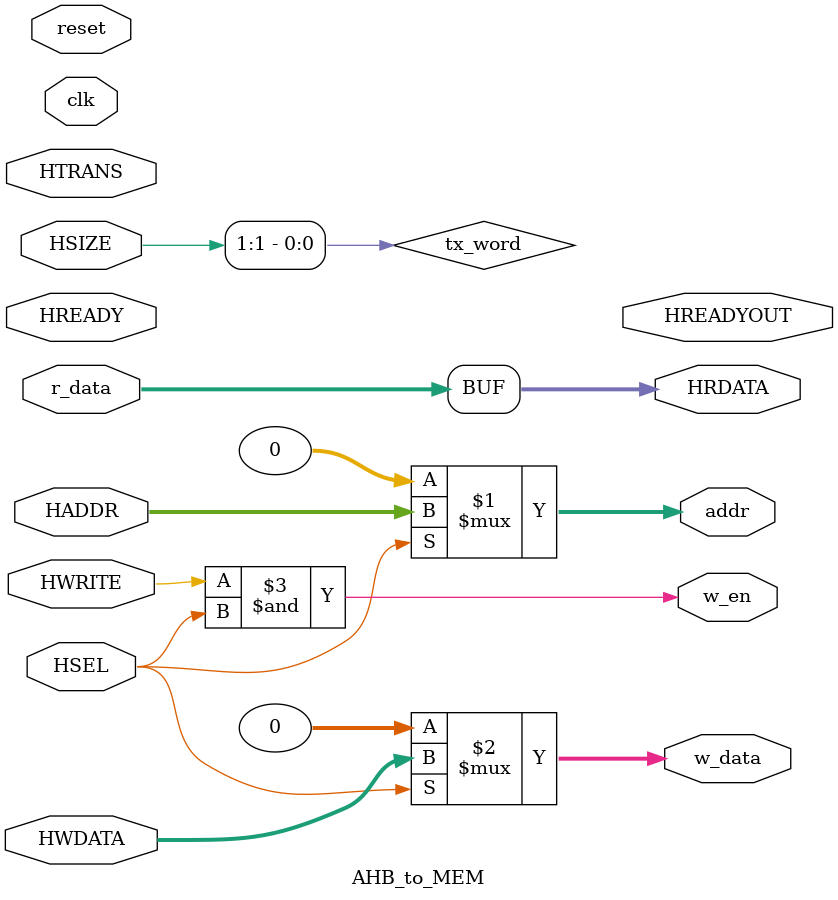
<source format=sv>
`timescale 1ns / 1ps

module AHB_to_MEM(
	input        clk,reset,
	//ahb to mem
	input        HSEL,
	input        HREADY,
	input [1:0]  HTRANS,
	input [2:0]  HSIZE,
	input        HWRITE,
	input [31:0] HADDR,
	input [31:0] HWDATA,
	output       w_en,
	output[31:0] addr,
	output[31:0] w_data,
	//mem to ahb
	input [31:0] r_data,
	output[31:0] HRDATA,
	output       HREADYOUT
    );
	
	logic ahb_access = HTRANS[1] & HSEL & HREADY;
	logic ahb_write  = ahb_access &  HWRITE;
    logic ahb_read   = ahb_access & (~HWRITE);

	logic tx_byte = (~HSIZE[1]) & (~HSIZE[0]);
    logic tx_half = (~HSIZE[1]) &  HSIZE[0];
    logic tx_word = HSIZE[1];
	
	assign addr   = HSEL?HADDR:32'd0;
	assign w_data = HSEL?HWDATA:32'd0;
	assign w_en	  = HWRITE & HSEL;
	assign HRDATA = r_data;
endmodule

</source>
